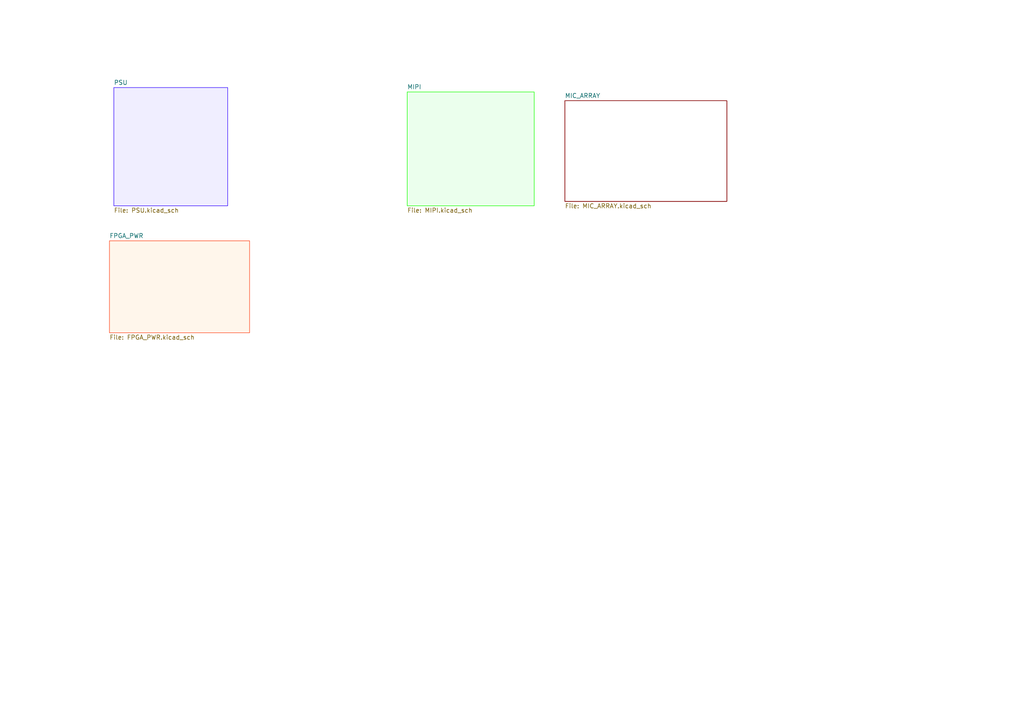
<source format=kicad_sch>
(kicad_sch (version 20230819) (generator eeschema)
  (paper "A4")
  (lib_symbols)
  (sheet (at 118.11 26.67) (size 36.83 33.02) (stroke (width 0.1524) (color 26 255 5 1)) (fill (color 6 255 25 0.0800))
    (property "Sheetname" "MIPI" (at 118.11 25.9584 0) (effects (justify left bottom)))
    (property "Sheetfile" "MIPI.kicad_sch" (at 118.11 60.2746 0) (effects (justify left top)))
  )
  (sheet (at 31.75 69.85) (size 40.64 26.67) (stroke (width 0.1524) (color 255 68 26 1)) (fill (color 255 145 0 0.0800))
    (property "Sheetname" "FPGA_PWR" (at 31.75 69.1384 0) (effects (justify left bottom)))
    (property "Sheetfile" "FPGA_PWR.kicad_sch" (at 31.75 97.1046 0) (effects (justify left top)))
  )
  (sheet (at 33.02 25.4) (size 33.02 34.29) (stroke (width 0.1524) (color 53 10 255 1)) (fill (color 93 76 255 0.0900))
    (property "Sheetname" "PSU" (at 33.02 24.6884 0) (effects (justify left bottom)))
    (property "Sheetfile" "PSU.kicad_sch" (at 33.02 60.2746 0) (effects (justify left top)))
  )
  (sheet (at 163.83 29.21) (size 46.99 29.21) (stroke (width 0.1524))
    (property "Sheetname" "MIC_ARRAY" (at 163.83 28.4984 0) (effects (justify left bottom)))
    (property "Sheetfile" "MIC_ARRAY.kicad_sch" (at 163.83 59.0046 0) (effects (justify left top)))
  )
)
</source>
